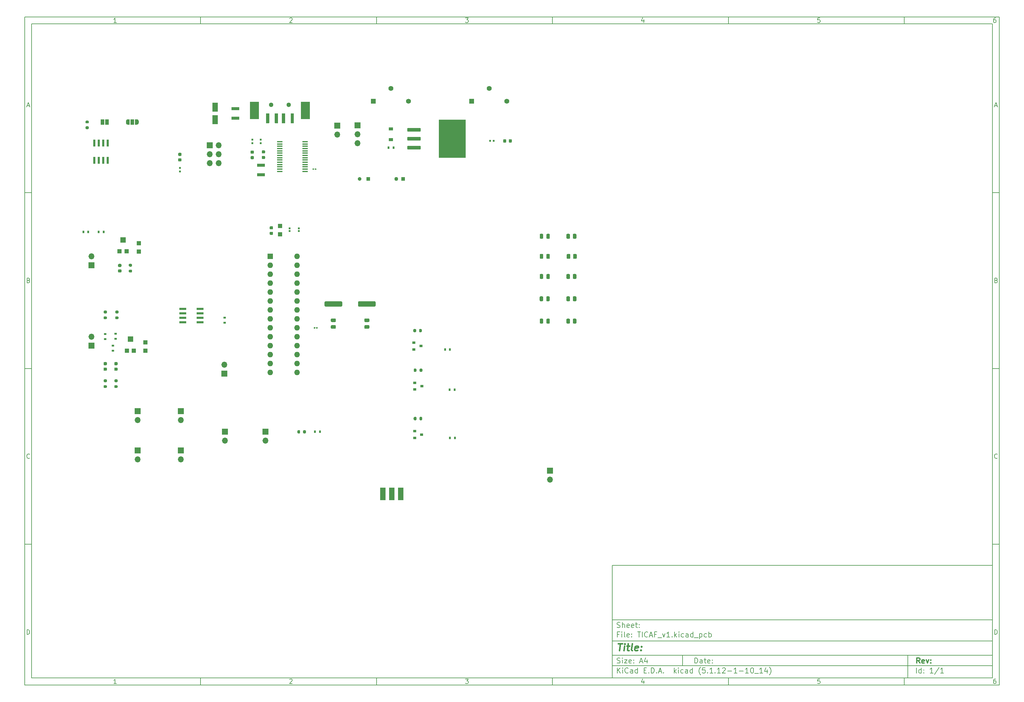
<source format=gbr>
%TF.GenerationSoftware,KiCad,Pcbnew,(5.1.12-1-10_14)*%
%TF.CreationDate,2021-12-30T00:25:25+00:00*%
%TF.ProjectId,TICAF_v1,54494341-465f-4763-912e-6b696361645f,rev?*%
%TF.SameCoordinates,Original*%
%TF.FileFunction,Soldermask,Top*%
%TF.FilePolarity,Negative*%
%FSLAX46Y46*%
G04 Gerber Fmt 4.6, Leading zero omitted, Abs format (unit mm)*
G04 Created by KiCad (PCBNEW (5.1.12-1-10_14)) date 2021-12-30 00:25:25*
%MOMM*%
%LPD*%
G01*
G04 APERTURE LIST*
%ADD10C,0.100000*%
%ADD11C,0.150000*%
%ADD12C,0.300000*%
%ADD13C,0.400000*%
%ADD14R,0.600000X0.700000*%
%ADD15R,0.900000X0.800000*%
%ADD16O,1.700000X1.700000*%
%ADD17R,1.700000X1.700000*%
%ADD18R,0.550000X0.550000*%
%ADD19R,1.500000X0.400000*%
%ADD20R,7.620000X10.840000*%
%ADD21O,1.600000X1.600000*%
%ADD22R,1.600000X1.600000*%
%ADD23R,1.150000X1.150000*%
%ADD24R,1.600000X1.500000*%
%ADD25R,1.200000X1.200000*%
%ADD26R,0.500000X0.475000*%
%ADD27R,0.475000X0.500000*%
%ADD28R,1.000000X1.500000*%
%ADD29R,1.524000X3.524000*%
%ADD30C,1.408000*%
%ADD31R,1.408000X1.408000*%
%ADD32R,2.500000X5.000000*%
%ADD33C,1.300000*%
%ADD34R,0.700000X0.600000*%
%ADD35R,1.200000X0.850000*%
%ADD36R,2.300000X0.900000*%
%ADD37R,1.600000X2.500000*%
%ADD38C,1.100000*%
%ADD39R,1.100000X1.100000*%
%ADD40C,1.050000*%
%ADD41R,1.050000X1.050000*%
G04 APERTURE END LIST*
D10*
D11*
X177002200Y-166007200D02*
X177002200Y-198007200D01*
X285002200Y-198007200D01*
X285002200Y-166007200D01*
X177002200Y-166007200D01*
D10*
D11*
X10000000Y-10000000D02*
X10000000Y-200007200D01*
X287002200Y-200007200D01*
X287002200Y-10000000D01*
X10000000Y-10000000D01*
D10*
D11*
X12000000Y-12000000D02*
X12000000Y-198007200D01*
X285002200Y-198007200D01*
X285002200Y-12000000D01*
X12000000Y-12000000D01*
D10*
D11*
X60000000Y-12000000D02*
X60000000Y-10000000D01*
D10*
D11*
X110000000Y-12000000D02*
X110000000Y-10000000D01*
D10*
D11*
X160000000Y-12000000D02*
X160000000Y-10000000D01*
D10*
D11*
X210000000Y-12000000D02*
X210000000Y-10000000D01*
D10*
D11*
X260000000Y-12000000D02*
X260000000Y-10000000D01*
D10*
D11*
X36065476Y-11588095D02*
X35322619Y-11588095D01*
X35694047Y-11588095D02*
X35694047Y-10288095D01*
X35570238Y-10473809D01*
X35446428Y-10597619D01*
X35322619Y-10659523D01*
D10*
D11*
X85322619Y-10411904D02*
X85384523Y-10350000D01*
X85508333Y-10288095D01*
X85817857Y-10288095D01*
X85941666Y-10350000D01*
X86003571Y-10411904D01*
X86065476Y-10535714D01*
X86065476Y-10659523D01*
X86003571Y-10845238D01*
X85260714Y-11588095D01*
X86065476Y-11588095D01*
D10*
D11*
X135260714Y-10288095D02*
X136065476Y-10288095D01*
X135632142Y-10783333D01*
X135817857Y-10783333D01*
X135941666Y-10845238D01*
X136003571Y-10907142D01*
X136065476Y-11030952D01*
X136065476Y-11340476D01*
X136003571Y-11464285D01*
X135941666Y-11526190D01*
X135817857Y-11588095D01*
X135446428Y-11588095D01*
X135322619Y-11526190D01*
X135260714Y-11464285D01*
D10*
D11*
X185941666Y-10721428D02*
X185941666Y-11588095D01*
X185632142Y-10226190D02*
X185322619Y-11154761D01*
X186127380Y-11154761D01*
D10*
D11*
X236003571Y-10288095D02*
X235384523Y-10288095D01*
X235322619Y-10907142D01*
X235384523Y-10845238D01*
X235508333Y-10783333D01*
X235817857Y-10783333D01*
X235941666Y-10845238D01*
X236003571Y-10907142D01*
X236065476Y-11030952D01*
X236065476Y-11340476D01*
X236003571Y-11464285D01*
X235941666Y-11526190D01*
X235817857Y-11588095D01*
X235508333Y-11588095D01*
X235384523Y-11526190D01*
X235322619Y-11464285D01*
D10*
D11*
X285941666Y-10288095D02*
X285694047Y-10288095D01*
X285570238Y-10350000D01*
X285508333Y-10411904D01*
X285384523Y-10597619D01*
X285322619Y-10845238D01*
X285322619Y-11340476D01*
X285384523Y-11464285D01*
X285446428Y-11526190D01*
X285570238Y-11588095D01*
X285817857Y-11588095D01*
X285941666Y-11526190D01*
X286003571Y-11464285D01*
X286065476Y-11340476D01*
X286065476Y-11030952D01*
X286003571Y-10907142D01*
X285941666Y-10845238D01*
X285817857Y-10783333D01*
X285570238Y-10783333D01*
X285446428Y-10845238D01*
X285384523Y-10907142D01*
X285322619Y-11030952D01*
D10*
D11*
X60000000Y-198007200D02*
X60000000Y-200007200D01*
D10*
D11*
X110000000Y-198007200D02*
X110000000Y-200007200D01*
D10*
D11*
X160000000Y-198007200D02*
X160000000Y-200007200D01*
D10*
D11*
X210000000Y-198007200D02*
X210000000Y-200007200D01*
D10*
D11*
X260000000Y-198007200D02*
X260000000Y-200007200D01*
D10*
D11*
X36065476Y-199595295D02*
X35322619Y-199595295D01*
X35694047Y-199595295D02*
X35694047Y-198295295D01*
X35570238Y-198481009D01*
X35446428Y-198604819D01*
X35322619Y-198666723D01*
D10*
D11*
X85322619Y-198419104D02*
X85384523Y-198357200D01*
X85508333Y-198295295D01*
X85817857Y-198295295D01*
X85941666Y-198357200D01*
X86003571Y-198419104D01*
X86065476Y-198542914D01*
X86065476Y-198666723D01*
X86003571Y-198852438D01*
X85260714Y-199595295D01*
X86065476Y-199595295D01*
D10*
D11*
X135260714Y-198295295D02*
X136065476Y-198295295D01*
X135632142Y-198790533D01*
X135817857Y-198790533D01*
X135941666Y-198852438D01*
X136003571Y-198914342D01*
X136065476Y-199038152D01*
X136065476Y-199347676D01*
X136003571Y-199471485D01*
X135941666Y-199533390D01*
X135817857Y-199595295D01*
X135446428Y-199595295D01*
X135322619Y-199533390D01*
X135260714Y-199471485D01*
D10*
D11*
X185941666Y-198728628D02*
X185941666Y-199595295D01*
X185632142Y-198233390D02*
X185322619Y-199161961D01*
X186127380Y-199161961D01*
D10*
D11*
X236003571Y-198295295D02*
X235384523Y-198295295D01*
X235322619Y-198914342D01*
X235384523Y-198852438D01*
X235508333Y-198790533D01*
X235817857Y-198790533D01*
X235941666Y-198852438D01*
X236003571Y-198914342D01*
X236065476Y-199038152D01*
X236065476Y-199347676D01*
X236003571Y-199471485D01*
X235941666Y-199533390D01*
X235817857Y-199595295D01*
X235508333Y-199595295D01*
X235384523Y-199533390D01*
X235322619Y-199471485D01*
D10*
D11*
X285941666Y-198295295D02*
X285694047Y-198295295D01*
X285570238Y-198357200D01*
X285508333Y-198419104D01*
X285384523Y-198604819D01*
X285322619Y-198852438D01*
X285322619Y-199347676D01*
X285384523Y-199471485D01*
X285446428Y-199533390D01*
X285570238Y-199595295D01*
X285817857Y-199595295D01*
X285941666Y-199533390D01*
X286003571Y-199471485D01*
X286065476Y-199347676D01*
X286065476Y-199038152D01*
X286003571Y-198914342D01*
X285941666Y-198852438D01*
X285817857Y-198790533D01*
X285570238Y-198790533D01*
X285446428Y-198852438D01*
X285384523Y-198914342D01*
X285322619Y-199038152D01*
D10*
D11*
X10000000Y-60000000D02*
X12000000Y-60000000D01*
D10*
D11*
X10000000Y-110000000D02*
X12000000Y-110000000D01*
D10*
D11*
X10000000Y-160000000D02*
X12000000Y-160000000D01*
D10*
D11*
X10690476Y-35216666D02*
X11309523Y-35216666D01*
X10566666Y-35588095D02*
X11000000Y-34288095D01*
X11433333Y-35588095D01*
D10*
D11*
X11092857Y-84907142D02*
X11278571Y-84969047D01*
X11340476Y-85030952D01*
X11402380Y-85154761D01*
X11402380Y-85340476D01*
X11340476Y-85464285D01*
X11278571Y-85526190D01*
X11154761Y-85588095D01*
X10659523Y-85588095D01*
X10659523Y-84288095D01*
X11092857Y-84288095D01*
X11216666Y-84350000D01*
X11278571Y-84411904D01*
X11340476Y-84535714D01*
X11340476Y-84659523D01*
X11278571Y-84783333D01*
X11216666Y-84845238D01*
X11092857Y-84907142D01*
X10659523Y-84907142D01*
D10*
D11*
X11402380Y-135464285D02*
X11340476Y-135526190D01*
X11154761Y-135588095D01*
X11030952Y-135588095D01*
X10845238Y-135526190D01*
X10721428Y-135402380D01*
X10659523Y-135278571D01*
X10597619Y-135030952D01*
X10597619Y-134845238D01*
X10659523Y-134597619D01*
X10721428Y-134473809D01*
X10845238Y-134350000D01*
X11030952Y-134288095D01*
X11154761Y-134288095D01*
X11340476Y-134350000D01*
X11402380Y-134411904D01*
D10*
D11*
X10659523Y-185588095D02*
X10659523Y-184288095D01*
X10969047Y-184288095D01*
X11154761Y-184350000D01*
X11278571Y-184473809D01*
X11340476Y-184597619D01*
X11402380Y-184845238D01*
X11402380Y-185030952D01*
X11340476Y-185278571D01*
X11278571Y-185402380D01*
X11154761Y-185526190D01*
X10969047Y-185588095D01*
X10659523Y-185588095D01*
D10*
D11*
X287002200Y-60000000D02*
X285002200Y-60000000D01*
D10*
D11*
X287002200Y-110000000D02*
X285002200Y-110000000D01*
D10*
D11*
X287002200Y-160000000D02*
X285002200Y-160000000D01*
D10*
D11*
X285692676Y-35216666D02*
X286311723Y-35216666D01*
X285568866Y-35588095D02*
X286002200Y-34288095D01*
X286435533Y-35588095D01*
D10*
D11*
X286095057Y-84907142D02*
X286280771Y-84969047D01*
X286342676Y-85030952D01*
X286404580Y-85154761D01*
X286404580Y-85340476D01*
X286342676Y-85464285D01*
X286280771Y-85526190D01*
X286156961Y-85588095D01*
X285661723Y-85588095D01*
X285661723Y-84288095D01*
X286095057Y-84288095D01*
X286218866Y-84350000D01*
X286280771Y-84411904D01*
X286342676Y-84535714D01*
X286342676Y-84659523D01*
X286280771Y-84783333D01*
X286218866Y-84845238D01*
X286095057Y-84907142D01*
X285661723Y-84907142D01*
D10*
D11*
X286404580Y-135464285D02*
X286342676Y-135526190D01*
X286156961Y-135588095D01*
X286033152Y-135588095D01*
X285847438Y-135526190D01*
X285723628Y-135402380D01*
X285661723Y-135278571D01*
X285599819Y-135030952D01*
X285599819Y-134845238D01*
X285661723Y-134597619D01*
X285723628Y-134473809D01*
X285847438Y-134350000D01*
X286033152Y-134288095D01*
X286156961Y-134288095D01*
X286342676Y-134350000D01*
X286404580Y-134411904D01*
D10*
D11*
X285661723Y-185588095D02*
X285661723Y-184288095D01*
X285971247Y-184288095D01*
X286156961Y-184350000D01*
X286280771Y-184473809D01*
X286342676Y-184597619D01*
X286404580Y-184845238D01*
X286404580Y-185030952D01*
X286342676Y-185278571D01*
X286280771Y-185402380D01*
X286156961Y-185526190D01*
X285971247Y-185588095D01*
X285661723Y-185588095D01*
D10*
D11*
X200434342Y-193785771D02*
X200434342Y-192285771D01*
X200791485Y-192285771D01*
X201005771Y-192357200D01*
X201148628Y-192500057D01*
X201220057Y-192642914D01*
X201291485Y-192928628D01*
X201291485Y-193142914D01*
X201220057Y-193428628D01*
X201148628Y-193571485D01*
X201005771Y-193714342D01*
X200791485Y-193785771D01*
X200434342Y-193785771D01*
X202577200Y-193785771D02*
X202577200Y-193000057D01*
X202505771Y-192857200D01*
X202362914Y-192785771D01*
X202077200Y-192785771D01*
X201934342Y-192857200D01*
X202577200Y-193714342D02*
X202434342Y-193785771D01*
X202077200Y-193785771D01*
X201934342Y-193714342D01*
X201862914Y-193571485D01*
X201862914Y-193428628D01*
X201934342Y-193285771D01*
X202077200Y-193214342D01*
X202434342Y-193214342D01*
X202577200Y-193142914D01*
X203077200Y-192785771D02*
X203648628Y-192785771D01*
X203291485Y-192285771D02*
X203291485Y-193571485D01*
X203362914Y-193714342D01*
X203505771Y-193785771D01*
X203648628Y-193785771D01*
X204720057Y-193714342D02*
X204577200Y-193785771D01*
X204291485Y-193785771D01*
X204148628Y-193714342D01*
X204077200Y-193571485D01*
X204077200Y-193000057D01*
X204148628Y-192857200D01*
X204291485Y-192785771D01*
X204577200Y-192785771D01*
X204720057Y-192857200D01*
X204791485Y-193000057D01*
X204791485Y-193142914D01*
X204077200Y-193285771D01*
X205434342Y-193642914D02*
X205505771Y-193714342D01*
X205434342Y-193785771D01*
X205362914Y-193714342D01*
X205434342Y-193642914D01*
X205434342Y-193785771D01*
X205434342Y-192857200D02*
X205505771Y-192928628D01*
X205434342Y-193000057D01*
X205362914Y-192928628D01*
X205434342Y-192857200D01*
X205434342Y-193000057D01*
D10*
D11*
X177002200Y-194507200D02*
X285002200Y-194507200D01*
D10*
D11*
X178434342Y-196585771D02*
X178434342Y-195085771D01*
X179291485Y-196585771D02*
X178648628Y-195728628D01*
X179291485Y-195085771D02*
X178434342Y-195942914D01*
X179934342Y-196585771D02*
X179934342Y-195585771D01*
X179934342Y-195085771D02*
X179862914Y-195157200D01*
X179934342Y-195228628D01*
X180005771Y-195157200D01*
X179934342Y-195085771D01*
X179934342Y-195228628D01*
X181505771Y-196442914D02*
X181434342Y-196514342D01*
X181220057Y-196585771D01*
X181077200Y-196585771D01*
X180862914Y-196514342D01*
X180720057Y-196371485D01*
X180648628Y-196228628D01*
X180577200Y-195942914D01*
X180577200Y-195728628D01*
X180648628Y-195442914D01*
X180720057Y-195300057D01*
X180862914Y-195157200D01*
X181077200Y-195085771D01*
X181220057Y-195085771D01*
X181434342Y-195157200D01*
X181505771Y-195228628D01*
X182791485Y-196585771D02*
X182791485Y-195800057D01*
X182720057Y-195657200D01*
X182577200Y-195585771D01*
X182291485Y-195585771D01*
X182148628Y-195657200D01*
X182791485Y-196514342D02*
X182648628Y-196585771D01*
X182291485Y-196585771D01*
X182148628Y-196514342D01*
X182077200Y-196371485D01*
X182077200Y-196228628D01*
X182148628Y-196085771D01*
X182291485Y-196014342D01*
X182648628Y-196014342D01*
X182791485Y-195942914D01*
X184148628Y-196585771D02*
X184148628Y-195085771D01*
X184148628Y-196514342D02*
X184005771Y-196585771D01*
X183720057Y-196585771D01*
X183577200Y-196514342D01*
X183505771Y-196442914D01*
X183434342Y-196300057D01*
X183434342Y-195871485D01*
X183505771Y-195728628D01*
X183577200Y-195657200D01*
X183720057Y-195585771D01*
X184005771Y-195585771D01*
X184148628Y-195657200D01*
X186005771Y-195800057D02*
X186505771Y-195800057D01*
X186720057Y-196585771D02*
X186005771Y-196585771D01*
X186005771Y-195085771D01*
X186720057Y-195085771D01*
X187362914Y-196442914D02*
X187434342Y-196514342D01*
X187362914Y-196585771D01*
X187291485Y-196514342D01*
X187362914Y-196442914D01*
X187362914Y-196585771D01*
X188077200Y-196585771D02*
X188077200Y-195085771D01*
X188434342Y-195085771D01*
X188648628Y-195157200D01*
X188791485Y-195300057D01*
X188862914Y-195442914D01*
X188934342Y-195728628D01*
X188934342Y-195942914D01*
X188862914Y-196228628D01*
X188791485Y-196371485D01*
X188648628Y-196514342D01*
X188434342Y-196585771D01*
X188077200Y-196585771D01*
X189577200Y-196442914D02*
X189648628Y-196514342D01*
X189577200Y-196585771D01*
X189505771Y-196514342D01*
X189577200Y-196442914D01*
X189577200Y-196585771D01*
X190220057Y-196157200D02*
X190934342Y-196157200D01*
X190077200Y-196585771D02*
X190577200Y-195085771D01*
X191077200Y-196585771D01*
X191577200Y-196442914D02*
X191648628Y-196514342D01*
X191577200Y-196585771D01*
X191505771Y-196514342D01*
X191577200Y-196442914D01*
X191577200Y-196585771D01*
X194577200Y-196585771D02*
X194577200Y-195085771D01*
X194720057Y-196014342D02*
X195148628Y-196585771D01*
X195148628Y-195585771D02*
X194577200Y-196157200D01*
X195791485Y-196585771D02*
X195791485Y-195585771D01*
X195791485Y-195085771D02*
X195720057Y-195157200D01*
X195791485Y-195228628D01*
X195862914Y-195157200D01*
X195791485Y-195085771D01*
X195791485Y-195228628D01*
X197148628Y-196514342D02*
X197005771Y-196585771D01*
X196720057Y-196585771D01*
X196577200Y-196514342D01*
X196505771Y-196442914D01*
X196434342Y-196300057D01*
X196434342Y-195871485D01*
X196505771Y-195728628D01*
X196577200Y-195657200D01*
X196720057Y-195585771D01*
X197005771Y-195585771D01*
X197148628Y-195657200D01*
X198434342Y-196585771D02*
X198434342Y-195800057D01*
X198362914Y-195657200D01*
X198220057Y-195585771D01*
X197934342Y-195585771D01*
X197791485Y-195657200D01*
X198434342Y-196514342D02*
X198291485Y-196585771D01*
X197934342Y-196585771D01*
X197791485Y-196514342D01*
X197720057Y-196371485D01*
X197720057Y-196228628D01*
X197791485Y-196085771D01*
X197934342Y-196014342D01*
X198291485Y-196014342D01*
X198434342Y-195942914D01*
X199791485Y-196585771D02*
X199791485Y-195085771D01*
X199791485Y-196514342D02*
X199648628Y-196585771D01*
X199362914Y-196585771D01*
X199220057Y-196514342D01*
X199148628Y-196442914D01*
X199077200Y-196300057D01*
X199077200Y-195871485D01*
X199148628Y-195728628D01*
X199220057Y-195657200D01*
X199362914Y-195585771D01*
X199648628Y-195585771D01*
X199791485Y-195657200D01*
X202077200Y-197157200D02*
X202005771Y-197085771D01*
X201862914Y-196871485D01*
X201791485Y-196728628D01*
X201720057Y-196514342D01*
X201648628Y-196157200D01*
X201648628Y-195871485D01*
X201720057Y-195514342D01*
X201791485Y-195300057D01*
X201862914Y-195157200D01*
X202005771Y-194942914D01*
X202077200Y-194871485D01*
X203362914Y-195085771D02*
X202648628Y-195085771D01*
X202577200Y-195800057D01*
X202648628Y-195728628D01*
X202791485Y-195657200D01*
X203148628Y-195657200D01*
X203291485Y-195728628D01*
X203362914Y-195800057D01*
X203434342Y-195942914D01*
X203434342Y-196300057D01*
X203362914Y-196442914D01*
X203291485Y-196514342D01*
X203148628Y-196585771D01*
X202791485Y-196585771D01*
X202648628Y-196514342D01*
X202577200Y-196442914D01*
X204077200Y-196442914D02*
X204148628Y-196514342D01*
X204077200Y-196585771D01*
X204005771Y-196514342D01*
X204077200Y-196442914D01*
X204077200Y-196585771D01*
X205577200Y-196585771D02*
X204720057Y-196585771D01*
X205148628Y-196585771D02*
X205148628Y-195085771D01*
X205005771Y-195300057D01*
X204862914Y-195442914D01*
X204720057Y-195514342D01*
X206220057Y-196442914D02*
X206291485Y-196514342D01*
X206220057Y-196585771D01*
X206148628Y-196514342D01*
X206220057Y-196442914D01*
X206220057Y-196585771D01*
X207720057Y-196585771D02*
X206862914Y-196585771D01*
X207291485Y-196585771D02*
X207291485Y-195085771D01*
X207148628Y-195300057D01*
X207005771Y-195442914D01*
X206862914Y-195514342D01*
X208291485Y-195228628D02*
X208362914Y-195157200D01*
X208505771Y-195085771D01*
X208862914Y-195085771D01*
X209005771Y-195157200D01*
X209077200Y-195228628D01*
X209148628Y-195371485D01*
X209148628Y-195514342D01*
X209077200Y-195728628D01*
X208220057Y-196585771D01*
X209148628Y-196585771D01*
X209791485Y-196014342D02*
X210934342Y-196014342D01*
X212434342Y-196585771D02*
X211577200Y-196585771D01*
X212005771Y-196585771D02*
X212005771Y-195085771D01*
X211862914Y-195300057D01*
X211720057Y-195442914D01*
X211577200Y-195514342D01*
X213077200Y-196014342D02*
X214220057Y-196014342D01*
X215720057Y-196585771D02*
X214862914Y-196585771D01*
X215291485Y-196585771D02*
X215291485Y-195085771D01*
X215148628Y-195300057D01*
X215005771Y-195442914D01*
X214862914Y-195514342D01*
X216648628Y-195085771D02*
X216791485Y-195085771D01*
X216934342Y-195157200D01*
X217005771Y-195228628D01*
X217077200Y-195371485D01*
X217148628Y-195657200D01*
X217148628Y-196014342D01*
X217077200Y-196300057D01*
X217005771Y-196442914D01*
X216934342Y-196514342D01*
X216791485Y-196585771D01*
X216648628Y-196585771D01*
X216505771Y-196514342D01*
X216434342Y-196442914D01*
X216362914Y-196300057D01*
X216291485Y-196014342D01*
X216291485Y-195657200D01*
X216362914Y-195371485D01*
X216434342Y-195228628D01*
X216505771Y-195157200D01*
X216648628Y-195085771D01*
X217434342Y-196728628D02*
X218577200Y-196728628D01*
X219720057Y-196585771D02*
X218862914Y-196585771D01*
X219291485Y-196585771D02*
X219291485Y-195085771D01*
X219148628Y-195300057D01*
X219005771Y-195442914D01*
X218862914Y-195514342D01*
X221005771Y-195585771D02*
X221005771Y-196585771D01*
X220648628Y-195014342D02*
X220291485Y-196085771D01*
X221220057Y-196085771D01*
X221648628Y-197157200D02*
X221720057Y-197085771D01*
X221862914Y-196871485D01*
X221934342Y-196728628D01*
X222005771Y-196514342D01*
X222077200Y-196157200D01*
X222077200Y-195871485D01*
X222005771Y-195514342D01*
X221934342Y-195300057D01*
X221862914Y-195157200D01*
X221720057Y-194942914D01*
X221648628Y-194871485D01*
D10*
D11*
X177002200Y-191507200D02*
X285002200Y-191507200D01*
D10*
D12*
X264411485Y-193785771D02*
X263911485Y-193071485D01*
X263554342Y-193785771D02*
X263554342Y-192285771D01*
X264125771Y-192285771D01*
X264268628Y-192357200D01*
X264340057Y-192428628D01*
X264411485Y-192571485D01*
X264411485Y-192785771D01*
X264340057Y-192928628D01*
X264268628Y-193000057D01*
X264125771Y-193071485D01*
X263554342Y-193071485D01*
X265625771Y-193714342D02*
X265482914Y-193785771D01*
X265197200Y-193785771D01*
X265054342Y-193714342D01*
X264982914Y-193571485D01*
X264982914Y-193000057D01*
X265054342Y-192857200D01*
X265197200Y-192785771D01*
X265482914Y-192785771D01*
X265625771Y-192857200D01*
X265697200Y-193000057D01*
X265697200Y-193142914D01*
X264982914Y-193285771D01*
X266197200Y-192785771D02*
X266554342Y-193785771D01*
X266911485Y-192785771D01*
X267482914Y-193642914D02*
X267554342Y-193714342D01*
X267482914Y-193785771D01*
X267411485Y-193714342D01*
X267482914Y-193642914D01*
X267482914Y-193785771D01*
X267482914Y-192857200D02*
X267554342Y-192928628D01*
X267482914Y-193000057D01*
X267411485Y-192928628D01*
X267482914Y-192857200D01*
X267482914Y-193000057D01*
D10*
D11*
X178362914Y-193714342D02*
X178577200Y-193785771D01*
X178934342Y-193785771D01*
X179077200Y-193714342D01*
X179148628Y-193642914D01*
X179220057Y-193500057D01*
X179220057Y-193357200D01*
X179148628Y-193214342D01*
X179077200Y-193142914D01*
X178934342Y-193071485D01*
X178648628Y-193000057D01*
X178505771Y-192928628D01*
X178434342Y-192857200D01*
X178362914Y-192714342D01*
X178362914Y-192571485D01*
X178434342Y-192428628D01*
X178505771Y-192357200D01*
X178648628Y-192285771D01*
X179005771Y-192285771D01*
X179220057Y-192357200D01*
X179862914Y-193785771D02*
X179862914Y-192785771D01*
X179862914Y-192285771D02*
X179791485Y-192357200D01*
X179862914Y-192428628D01*
X179934342Y-192357200D01*
X179862914Y-192285771D01*
X179862914Y-192428628D01*
X180434342Y-192785771D02*
X181220057Y-192785771D01*
X180434342Y-193785771D01*
X181220057Y-193785771D01*
X182362914Y-193714342D02*
X182220057Y-193785771D01*
X181934342Y-193785771D01*
X181791485Y-193714342D01*
X181720057Y-193571485D01*
X181720057Y-193000057D01*
X181791485Y-192857200D01*
X181934342Y-192785771D01*
X182220057Y-192785771D01*
X182362914Y-192857200D01*
X182434342Y-193000057D01*
X182434342Y-193142914D01*
X181720057Y-193285771D01*
X183077200Y-193642914D02*
X183148628Y-193714342D01*
X183077200Y-193785771D01*
X183005771Y-193714342D01*
X183077200Y-193642914D01*
X183077200Y-193785771D01*
X183077200Y-192857200D02*
X183148628Y-192928628D01*
X183077200Y-193000057D01*
X183005771Y-192928628D01*
X183077200Y-192857200D01*
X183077200Y-193000057D01*
X184862914Y-193357200D02*
X185577200Y-193357200D01*
X184720057Y-193785771D02*
X185220057Y-192285771D01*
X185720057Y-193785771D01*
X186862914Y-192785771D02*
X186862914Y-193785771D01*
X186505771Y-192214342D02*
X186148628Y-193285771D01*
X187077200Y-193285771D01*
D10*
D11*
X263434342Y-196585771D02*
X263434342Y-195085771D01*
X264791485Y-196585771D02*
X264791485Y-195085771D01*
X264791485Y-196514342D02*
X264648628Y-196585771D01*
X264362914Y-196585771D01*
X264220057Y-196514342D01*
X264148628Y-196442914D01*
X264077200Y-196300057D01*
X264077200Y-195871485D01*
X264148628Y-195728628D01*
X264220057Y-195657200D01*
X264362914Y-195585771D01*
X264648628Y-195585771D01*
X264791485Y-195657200D01*
X265505771Y-196442914D02*
X265577200Y-196514342D01*
X265505771Y-196585771D01*
X265434342Y-196514342D01*
X265505771Y-196442914D01*
X265505771Y-196585771D01*
X265505771Y-195657200D02*
X265577200Y-195728628D01*
X265505771Y-195800057D01*
X265434342Y-195728628D01*
X265505771Y-195657200D01*
X265505771Y-195800057D01*
X268148628Y-196585771D02*
X267291485Y-196585771D01*
X267720057Y-196585771D02*
X267720057Y-195085771D01*
X267577200Y-195300057D01*
X267434342Y-195442914D01*
X267291485Y-195514342D01*
X269862914Y-195014342D02*
X268577200Y-196942914D01*
X271148628Y-196585771D02*
X270291485Y-196585771D01*
X270720057Y-196585771D02*
X270720057Y-195085771D01*
X270577200Y-195300057D01*
X270434342Y-195442914D01*
X270291485Y-195514342D01*
D10*
D11*
X177002200Y-187507200D02*
X285002200Y-187507200D01*
D10*
D13*
X178714580Y-188211961D02*
X179857438Y-188211961D01*
X179036009Y-190211961D02*
X179286009Y-188211961D01*
X180274104Y-190211961D02*
X180440771Y-188878628D01*
X180524104Y-188211961D02*
X180416961Y-188307200D01*
X180500295Y-188402438D01*
X180607438Y-188307200D01*
X180524104Y-188211961D01*
X180500295Y-188402438D01*
X181107438Y-188878628D02*
X181869342Y-188878628D01*
X181476485Y-188211961D02*
X181262200Y-189926247D01*
X181333628Y-190116723D01*
X181512200Y-190211961D01*
X181702676Y-190211961D01*
X182655057Y-190211961D02*
X182476485Y-190116723D01*
X182405057Y-189926247D01*
X182619342Y-188211961D01*
X184190771Y-190116723D02*
X183988390Y-190211961D01*
X183607438Y-190211961D01*
X183428866Y-190116723D01*
X183357438Y-189926247D01*
X183452676Y-189164342D01*
X183571723Y-188973866D01*
X183774104Y-188878628D01*
X184155057Y-188878628D01*
X184333628Y-188973866D01*
X184405057Y-189164342D01*
X184381247Y-189354819D01*
X183405057Y-189545295D01*
X185155057Y-190021485D02*
X185238390Y-190116723D01*
X185131247Y-190211961D01*
X185047914Y-190116723D01*
X185155057Y-190021485D01*
X185131247Y-190211961D01*
X185286009Y-188973866D02*
X185369342Y-189069104D01*
X185262200Y-189164342D01*
X185178866Y-189069104D01*
X185286009Y-188973866D01*
X185262200Y-189164342D01*
D10*
D11*
X178934342Y-185600057D02*
X178434342Y-185600057D01*
X178434342Y-186385771D02*
X178434342Y-184885771D01*
X179148628Y-184885771D01*
X179720057Y-186385771D02*
X179720057Y-185385771D01*
X179720057Y-184885771D02*
X179648628Y-184957200D01*
X179720057Y-185028628D01*
X179791485Y-184957200D01*
X179720057Y-184885771D01*
X179720057Y-185028628D01*
X180648628Y-186385771D02*
X180505771Y-186314342D01*
X180434342Y-186171485D01*
X180434342Y-184885771D01*
X181791485Y-186314342D02*
X181648628Y-186385771D01*
X181362914Y-186385771D01*
X181220057Y-186314342D01*
X181148628Y-186171485D01*
X181148628Y-185600057D01*
X181220057Y-185457200D01*
X181362914Y-185385771D01*
X181648628Y-185385771D01*
X181791485Y-185457200D01*
X181862914Y-185600057D01*
X181862914Y-185742914D01*
X181148628Y-185885771D01*
X182505771Y-186242914D02*
X182577200Y-186314342D01*
X182505771Y-186385771D01*
X182434342Y-186314342D01*
X182505771Y-186242914D01*
X182505771Y-186385771D01*
X182505771Y-185457200D02*
X182577200Y-185528628D01*
X182505771Y-185600057D01*
X182434342Y-185528628D01*
X182505771Y-185457200D01*
X182505771Y-185600057D01*
X184148628Y-184885771D02*
X185005771Y-184885771D01*
X184577200Y-186385771D02*
X184577200Y-184885771D01*
X185505771Y-186385771D02*
X185505771Y-184885771D01*
X187077200Y-186242914D02*
X187005771Y-186314342D01*
X186791485Y-186385771D01*
X186648628Y-186385771D01*
X186434342Y-186314342D01*
X186291485Y-186171485D01*
X186220057Y-186028628D01*
X186148628Y-185742914D01*
X186148628Y-185528628D01*
X186220057Y-185242914D01*
X186291485Y-185100057D01*
X186434342Y-184957200D01*
X186648628Y-184885771D01*
X186791485Y-184885771D01*
X187005771Y-184957200D01*
X187077200Y-185028628D01*
X187648628Y-185957200D02*
X188362914Y-185957200D01*
X187505771Y-186385771D02*
X188005771Y-184885771D01*
X188505771Y-186385771D01*
X189505771Y-185600057D02*
X189005771Y-185600057D01*
X189005771Y-186385771D02*
X189005771Y-184885771D01*
X189720057Y-184885771D01*
X189934342Y-186528628D02*
X191077200Y-186528628D01*
X191291485Y-185385771D02*
X191648628Y-186385771D01*
X192005771Y-185385771D01*
X193362914Y-186385771D02*
X192505771Y-186385771D01*
X192934342Y-186385771D02*
X192934342Y-184885771D01*
X192791485Y-185100057D01*
X192648628Y-185242914D01*
X192505771Y-185314342D01*
X194005771Y-186242914D02*
X194077200Y-186314342D01*
X194005771Y-186385771D01*
X193934342Y-186314342D01*
X194005771Y-186242914D01*
X194005771Y-186385771D01*
X194720057Y-186385771D02*
X194720057Y-184885771D01*
X194862914Y-185814342D02*
X195291485Y-186385771D01*
X195291485Y-185385771D02*
X194720057Y-185957200D01*
X195934342Y-186385771D02*
X195934342Y-185385771D01*
X195934342Y-184885771D02*
X195862914Y-184957200D01*
X195934342Y-185028628D01*
X196005771Y-184957200D01*
X195934342Y-184885771D01*
X195934342Y-185028628D01*
X197291485Y-186314342D02*
X197148628Y-186385771D01*
X196862914Y-186385771D01*
X196720057Y-186314342D01*
X196648628Y-186242914D01*
X196577200Y-186100057D01*
X196577200Y-185671485D01*
X196648628Y-185528628D01*
X196720057Y-185457200D01*
X196862914Y-185385771D01*
X197148628Y-185385771D01*
X197291485Y-185457200D01*
X198577200Y-186385771D02*
X198577200Y-185600057D01*
X198505771Y-185457200D01*
X198362914Y-185385771D01*
X198077200Y-185385771D01*
X197934342Y-185457200D01*
X198577200Y-186314342D02*
X198434342Y-186385771D01*
X198077200Y-186385771D01*
X197934342Y-186314342D01*
X197862914Y-186171485D01*
X197862914Y-186028628D01*
X197934342Y-185885771D01*
X198077200Y-185814342D01*
X198434342Y-185814342D01*
X198577200Y-185742914D01*
X199934342Y-186385771D02*
X199934342Y-184885771D01*
X199934342Y-186314342D02*
X199791485Y-186385771D01*
X199505771Y-186385771D01*
X199362914Y-186314342D01*
X199291485Y-186242914D01*
X199220057Y-186100057D01*
X199220057Y-185671485D01*
X199291485Y-185528628D01*
X199362914Y-185457200D01*
X199505771Y-185385771D01*
X199791485Y-185385771D01*
X199934342Y-185457200D01*
X200291485Y-186528628D02*
X201434342Y-186528628D01*
X201791485Y-185385771D02*
X201791485Y-186885771D01*
X201791485Y-185457200D02*
X201934342Y-185385771D01*
X202220057Y-185385771D01*
X202362914Y-185457200D01*
X202434342Y-185528628D01*
X202505771Y-185671485D01*
X202505771Y-186100057D01*
X202434342Y-186242914D01*
X202362914Y-186314342D01*
X202220057Y-186385771D01*
X201934342Y-186385771D01*
X201791485Y-186314342D01*
X203791485Y-186314342D02*
X203648628Y-186385771D01*
X203362914Y-186385771D01*
X203220057Y-186314342D01*
X203148628Y-186242914D01*
X203077200Y-186100057D01*
X203077200Y-185671485D01*
X203148628Y-185528628D01*
X203220057Y-185457200D01*
X203362914Y-185385771D01*
X203648628Y-185385771D01*
X203791485Y-185457200D01*
X204434342Y-186385771D02*
X204434342Y-184885771D01*
X204434342Y-185457200D02*
X204577200Y-185385771D01*
X204862914Y-185385771D01*
X205005771Y-185457200D01*
X205077200Y-185528628D01*
X205148628Y-185671485D01*
X205148628Y-186100057D01*
X205077200Y-186242914D01*
X205005771Y-186314342D01*
X204862914Y-186385771D01*
X204577200Y-186385771D01*
X204434342Y-186314342D01*
D10*
D11*
X177002200Y-181507200D02*
X285002200Y-181507200D01*
D10*
D11*
X178362914Y-183614342D02*
X178577200Y-183685771D01*
X178934342Y-183685771D01*
X179077200Y-183614342D01*
X179148628Y-183542914D01*
X179220057Y-183400057D01*
X179220057Y-183257200D01*
X179148628Y-183114342D01*
X179077200Y-183042914D01*
X178934342Y-182971485D01*
X178648628Y-182900057D01*
X178505771Y-182828628D01*
X178434342Y-182757200D01*
X178362914Y-182614342D01*
X178362914Y-182471485D01*
X178434342Y-182328628D01*
X178505771Y-182257200D01*
X178648628Y-182185771D01*
X179005771Y-182185771D01*
X179220057Y-182257200D01*
X179862914Y-183685771D02*
X179862914Y-182185771D01*
X180505771Y-183685771D02*
X180505771Y-182900057D01*
X180434342Y-182757200D01*
X180291485Y-182685771D01*
X180077200Y-182685771D01*
X179934342Y-182757200D01*
X179862914Y-182828628D01*
X181791485Y-183614342D02*
X181648628Y-183685771D01*
X181362914Y-183685771D01*
X181220057Y-183614342D01*
X181148628Y-183471485D01*
X181148628Y-182900057D01*
X181220057Y-182757200D01*
X181362914Y-182685771D01*
X181648628Y-182685771D01*
X181791485Y-182757200D01*
X181862914Y-182900057D01*
X181862914Y-183042914D01*
X181148628Y-183185771D01*
X183077200Y-183614342D02*
X182934342Y-183685771D01*
X182648628Y-183685771D01*
X182505771Y-183614342D01*
X182434342Y-183471485D01*
X182434342Y-182900057D01*
X182505771Y-182757200D01*
X182648628Y-182685771D01*
X182934342Y-182685771D01*
X183077200Y-182757200D01*
X183148628Y-182900057D01*
X183148628Y-183042914D01*
X182434342Y-183185771D01*
X183577200Y-182685771D02*
X184148628Y-182685771D01*
X183791485Y-182185771D02*
X183791485Y-183471485D01*
X183862914Y-183614342D01*
X184005771Y-183685771D01*
X184148628Y-183685771D01*
X184648628Y-183542914D02*
X184720057Y-183614342D01*
X184648628Y-183685771D01*
X184577200Y-183614342D01*
X184648628Y-183542914D01*
X184648628Y-183685771D01*
X184648628Y-182757200D02*
X184720057Y-182828628D01*
X184648628Y-182900057D01*
X184577200Y-182828628D01*
X184648628Y-182757200D01*
X184648628Y-182900057D01*
D10*
D11*
X197002200Y-191507200D02*
X197002200Y-194507200D01*
D10*
D11*
X261002200Y-191507200D02*
X261002200Y-198007200D01*
D14*
%TO.C,D22*%
X113400000Y-47200000D03*
X114800000Y-47200000D03*
%TD*%
D15*
%TO.C,Q3*%
X122620000Y-103600000D03*
X120620000Y-104550000D03*
X120620000Y-102650000D03*
%TD*%
%TO.C,Q2*%
X122810000Y-128770000D03*
X120810000Y-129720000D03*
X120810000Y-127820000D03*
%TD*%
%TO.C,Q1*%
X122850000Y-115010000D03*
X120850000Y-115960000D03*
X120850000Y-114060000D03*
%TD*%
D16*
%TO.C,J15*%
X78450000Y-130530000D03*
D17*
X78450000Y-127990000D03*
%TD*%
D16*
%TO.C,J14*%
X42120000Y-135850000D03*
D17*
X42120000Y-133310000D03*
%TD*%
D16*
%TO.C,J13*%
X66910000Y-130480000D03*
D17*
X66910000Y-127940000D03*
%TD*%
D16*
%TO.C,J12*%
X54430000Y-135830000D03*
D17*
X54430000Y-133290000D03*
%TD*%
D16*
%TO.C,J11*%
X54430000Y-124650000D03*
D17*
X54430000Y-122110000D03*
%TD*%
D16*
%TO.C,J10*%
X42110000Y-124640000D03*
D17*
X42110000Y-122100000D03*
%TD*%
D16*
%TO.C,J9*%
X66750000Y-108890000D03*
D17*
X66750000Y-111430000D03*
%TD*%
D18*
%TO.C,S1*%
X87931000Y-70855500D03*
X87931000Y-70105500D03*
X85281000Y-70855500D03*
X85281000Y-70105500D03*
%TD*%
%TO.C,Y1*%
G36*
G01*
X104734000Y-92098600D02*
X104734000Y-91162400D01*
G75*
G02*
X105020900Y-90875500I286900J0D01*
G01*
X109457100Y-90875500D01*
G75*
G02*
X109744000Y-91162400I0J-286900D01*
G01*
X109744000Y-92098600D01*
G75*
G02*
X109457100Y-92385500I-286900J0D01*
G01*
X105020900Y-92385500D01*
G75*
G02*
X104734000Y-92098600I0J286900D01*
G01*
G37*
G36*
G01*
X95234000Y-92098600D02*
X95234000Y-91162400D01*
G75*
G02*
X95520900Y-90875500I286900J0D01*
G01*
X99957100Y-90875500D01*
G75*
G02*
X100244000Y-91162400I0J-286900D01*
G01*
X100244000Y-92098600D01*
G75*
G02*
X99957100Y-92385500I-286900J0D01*
G01*
X95520900Y-92385500D01*
G75*
G02*
X95234000Y-92098600I0J286900D01*
G01*
G37*
%TD*%
%TO.C,U5*%
G36*
G01*
X58889000Y-93285500D02*
X58889000Y-92769500D01*
G75*
G02*
X58931000Y-92727500I42000J0D01*
G01*
X60817000Y-92727500D01*
G75*
G02*
X60859000Y-92769500I0J-42000D01*
G01*
X60859000Y-93285500D01*
G75*
G02*
X60817000Y-93327500I-42000J0D01*
G01*
X58931000Y-93327500D01*
G75*
G02*
X58889000Y-93285500I0J42000D01*
G01*
G37*
G36*
G01*
X58889000Y-94555500D02*
X58889000Y-94039500D01*
G75*
G02*
X58931000Y-93997500I42000J0D01*
G01*
X60817000Y-93997500D01*
G75*
G02*
X60859000Y-94039500I0J-42000D01*
G01*
X60859000Y-94555500D01*
G75*
G02*
X60817000Y-94597500I-42000J0D01*
G01*
X58931000Y-94597500D01*
G75*
G02*
X58889000Y-94555500I0J42000D01*
G01*
G37*
G36*
G01*
X58889000Y-95825500D02*
X58889000Y-95309500D01*
G75*
G02*
X58931000Y-95267500I42000J0D01*
G01*
X60817000Y-95267500D01*
G75*
G02*
X60859000Y-95309500I0J-42000D01*
G01*
X60859000Y-95825500D01*
G75*
G02*
X60817000Y-95867500I-42000J0D01*
G01*
X58931000Y-95867500D01*
G75*
G02*
X58889000Y-95825500I0J42000D01*
G01*
G37*
G36*
G01*
X58889000Y-97095500D02*
X58889000Y-96579500D01*
G75*
G02*
X58931000Y-96537500I42000J0D01*
G01*
X60817000Y-96537500D01*
G75*
G02*
X60859000Y-96579500I0J-42000D01*
G01*
X60859000Y-97095500D01*
G75*
G02*
X60817000Y-97137500I-42000J0D01*
G01*
X58931000Y-97137500D01*
G75*
G02*
X58889000Y-97095500I0J42000D01*
G01*
G37*
G36*
G01*
X53949000Y-97095500D02*
X53949000Y-96579500D01*
G75*
G02*
X53991000Y-96537500I42000J0D01*
G01*
X55877000Y-96537500D01*
G75*
G02*
X55919000Y-96579500I0J-42000D01*
G01*
X55919000Y-97095500D01*
G75*
G02*
X55877000Y-97137500I-42000J0D01*
G01*
X53991000Y-97137500D01*
G75*
G02*
X53949000Y-97095500I0J42000D01*
G01*
G37*
G36*
G01*
X53949000Y-95825500D02*
X53949000Y-95309500D01*
G75*
G02*
X53991000Y-95267500I42000J0D01*
G01*
X55877000Y-95267500D01*
G75*
G02*
X55919000Y-95309500I0J-42000D01*
G01*
X55919000Y-95825500D01*
G75*
G02*
X55877000Y-95867500I-42000J0D01*
G01*
X53991000Y-95867500D01*
G75*
G02*
X53949000Y-95825500I0J42000D01*
G01*
G37*
G36*
G01*
X53949000Y-94555500D02*
X53949000Y-94039500D01*
G75*
G02*
X53991000Y-93997500I42000J0D01*
G01*
X55877000Y-93997500D01*
G75*
G02*
X55919000Y-94039500I0J-42000D01*
G01*
X55919000Y-94555500D01*
G75*
G02*
X55877000Y-94597500I-42000J0D01*
G01*
X53991000Y-94597500D01*
G75*
G02*
X53949000Y-94555500I0J42000D01*
G01*
G37*
G36*
G01*
X53949000Y-93285500D02*
X53949000Y-92769500D01*
G75*
G02*
X53991000Y-92727500I42000J0D01*
G01*
X55877000Y-92727500D01*
G75*
G02*
X55919000Y-92769500I0J-42000D01*
G01*
X55919000Y-93285500D01*
G75*
G02*
X55877000Y-93327500I-42000J0D01*
G01*
X53991000Y-93327500D01*
G75*
G02*
X53949000Y-93285500I0J42000D01*
G01*
G37*
%TD*%
%TO.C,U4*%
G36*
G01*
X33333500Y-49808500D02*
X33849500Y-49808500D01*
G75*
G02*
X33891500Y-49850500I0J-42000D01*
G01*
X33891500Y-51736500D01*
G75*
G02*
X33849500Y-51778500I-42000J0D01*
G01*
X33333500Y-51778500D01*
G75*
G02*
X33291500Y-51736500I0J42000D01*
G01*
X33291500Y-49850500D01*
G75*
G02*
X33333500Y-49808500I42000J0D01*
G01*
G37*
G36*
G01*
X32063500Y-49808500D02*
X32579500Y-49808500D01*
G75*
G02*
X32621500Y-49850500I0J-42000D01*
G01*
X32621500Y-51736500D01*
G75*
G02*
X32579500Y-51778500I-42000J0D01*
G01*
X32063500Y-51778500D01*
G75*
G02*
X32021500Y-51736500I0J42000D01*
G01*
X32021500Y-49850500D01*
G75*
G02*
X32063500Y-49808500I42000J0D01*
G01*
G37*
G36*
G01*
X30793500Y-49808500D02*
X31309500Y-49808500D01*
G75*
G02*
X31351500Y-49850500I0J-42000D01*
G01*
X31351500Y-51736500D01*
G75*
G02*
X31309500Y-51778500I-42000J0D01*
G01*
X30793500Y-51778500D01*
G75*
G02*
X30751500Y-51736500I0J42000D01*
G01*
X30751500Y-49850500D01*
G75*
G02*
X30793500Y-49808500I42000J0D01*
G01*
G37*
G36*
G01*
X29523500Y-49808500D02*
X30039500Y-49808500D01*
G75*
G02*
X30081500Y-49850500I0J-42000D01*
G01*
X30081500Y-51736500D01*
G75*
G02*
X30039500Y-51778500I-42000J0D01*
G01*
X29523500Y-51778500D01*
G75*
G02*
X29481500Y-51736500I0J42000D01*
G01*
X29481500Y-49850500D01*
G75*
G02*
X29523500Y-49808500I42000J0D01*
G01*
G37*
G36*
G01*
X29523500Y-44868500D02*
X30039500Y-44868500D01*
G75*
G02*
X30081500Y-44910500I0J-42000D01*
G01*
X30081500Y-46796500D01*
G75*
G02*
X30039500Y-46838500I-42000J0D01*
G01*
X29523500Y-46838500D01*
G75*
G02*
X29481500Y-46796500I0J42000D01*
G01*
X29481500Y-44910500D01*
G75*
G02*
X29523500Y-44868500I42000J0D01*
G01*
G37*
G36*
G01*
X30793500Y-44868500D02*
X31309500Y-44868500D01*
G75*
G02*
X31351500Y-44910500I0J-42000D01*
G01*
X31351500Y-46796500D01*
G75*
G02*
X31309500Y-46838500I-42000J0D01*
G01*
X30793500Y-46838500D01*
G75*
G02*
X30751500Y-46796500I0J42000D01*
G01*
X30751500Y-44910500D01*
G75*
G02*
X30793500Y-44868500I42000J0D01*
G01*
G37*
G36*
G01*
X32063500Y-44868500D02*
X32579500Y-44868500D01*
G75*
G02*
X32621500Y-44910500I0J-42000D01*
G01*
X32621500Y-46796500D01*
G75*
G02*
X32579500Y-46838500I-42000J0D01*
G01*
X32063500Y-46838500D01*
G75*
G02*
X32021500Y-46796500I0J42000D01*
G01*
X32021500Y-44910500D01*
G75*
G02*
X32063500Y-44868500I42000J0D01*
G01*
G37*
G36*
G01*
X33333500Y-44868500D02*
X33849500Y-44868500D01*
G75*
G02*
X33891500Y-44910500I0J-42000D01*
G01*
X33891500Y-46796500D01*
G75*
G02*
X33849500Y-46838500I-42000J0D01*
G01*
X33333500Y-46838500D01*
G75*
G02*
X33291500Y-46796500I0J42000D01*
G01*
X33291500Y-44910500D01*
G75*
G02*
X33333500Y-44868500I42000J0D01*
G01*
G37*
%TD*%
D19*
%TO.C,U3*%
X82481000Y-53945500D03*
X82481000Y-53295500D03*
X82481000Y-52645500D03*
X82481000Y-51995500D03*
X82481000Y-51345500D03*
X82481000Y-50695500D03*
X82481000Y-50045500D03*
X82481000Y-49395500D03*
X82481000Y-48745500D03*
X82481000Y-48095500D03*
X82481000Y-47445500D03*
X82481000Y-46795500D03*
X82481000Y-46145500D03*
X82481000Y-45495500D03*
X89731000Y-45495500D03*
X89731000Y-46145500D03*
X89731000Y-46795500D03*
X89731000Y-47445500D03*
X89731000Y-48095500D03*
X89731000Y-48745500D03*
X89731000Y-49395500D03*
X89731000Y-50045500D03*
X89731000Y-50695500D03*
X89731000Y-51345500D03*
X89731000Y-51995500D03*
X89731000Y-52645500D03*
X89731000Y-53295500D03*
X89731000Y-53945500D03*
%TD*%
D20*
%TO.C,U2*%
X131505400Y-44640500D03*
G36*
G01*
X118730400Y-47556700D02*
X118730400Y-46804300D01*
G75*
G02*
X118849200Y-46685500I118800J0D01*
G01*
X122401600Y-46685500D01*
G75*
G02*
X122520400Y-46804300I0J-118800D01*
G01*
X122520400Y-47556700D01*
G75*
G02*
X122401600Y-47675500I-118800J0D01*
G01*
X118849200Y-47675500D01*
G75*
G02*
X118730400Y-47556700I0J118800D01*
G01*
G37*
G36*
G01*
X118730400Y-45016700D02*
X118730400Y-44264300D01*
G75*
G02*
X118849200Y-44145500I118800J0D01*
G01*
X122401600Y-44145500D01*
G75*
G02*
X122520400Y-44264300I0J-118800D01*
G01*
X122520400Y-45016700D01*
G75*
G02*
X122401600Y-45135500I-118800J0D01*
G01*
X118849200Y-45135500D01*
G75*
G02*
X118730400Y-45016700I0J118800D01*
G01*
G37*
G36*
G01*
X118730400Y-42476700D02*
X118730400Y-41724300D01*
G75*
G02*
X118849200Y-41605500I118800J0D01*
G01*
X122401600Y-41605500D01*
G75*
G02*
X122520400Y-41724300I0J-118800D01*
G01*
X122520400Y-42476700D01*
G75*
G02*
X122401600Y-42595500I-118800J0D01*
G01*
X118849200Y-42595500D01*
G75*
G02*
X118730400Y-42476700I0J118800D01*
G01*
G37*
%TD*%
D21*
%TO.C,U1*%
X87366000Y-78130500D03*
X79746000Y-111150500D03*
X87366000Y-80670500D03*
X79746000Y-108610500D03*
X87366000Y-83210500D03*
X79746000Y-106070500D03*
X87366000Y-85750500D03*
X79746000Y-103530500D03*
X87366000Y-88290500D03*
X79746000Y-100990500D03*
X87366000Y-90830500D03*
X79746000Y-98450500D03*
X87366000Y-93370500D03*
X79746000Y-95910500D03*
X87366000Y-95910500D03*
X79746000Y-93370500D03*
X87366000Y-98450500D03*
X79746000Y-90830500D03*
X87366000Y-100990500D03*
X79746000Y-88290500D03*
X87366000Y-103530500D03*
X79746000Y-85750500D03*
X87366000Y-106070500D03*
X79746000Y-83210500D03*
X87366000Y-108610500D03*
X79746000Y-80670500D03*
X87366000Y-111150500D03*
D22*
X79746000Y-78130500D03*
%TD*%
D16*
%TO.C,SC1*%
X28956000Y-100965000D03*
D17*
X28956000Y-103505000D03*
%TD*%
%TO.C,R24*%
G36*
G01*
X27474500Y-41128000D02*
X28024500Y-41128000D01*
G75*
G02*
X28224500Y-41328000I0J-200000D01*
G01*
X28224500Y-41728000D01*
G75*
G02*
X28024500Y-41928000I-200000J0D01*
G01*
X27474500Y-41928000D01*
G75*
G02*
X27274500Y-41728000I0J200000D01*
G01*
X27274500Y-41328000D01*
G75*
G02*
X27474500Y-41128000I200000J0D01*
G01*
G37*
G36*
G01*
X27474500Y-39478000D02*
X28024500Y-39478000D01*
G75*
G02*
X28224500Y-39678000I0J-200000D01*
G01*
X28224500Y-40078000D01*
G75*
G02*
X28024500Y-40278000I-200000J0D01*
G01*
X27474500Y-40278000D01*
G75*
G02*
X27274500Y-40078000I0J200000D01*
G01*
X27274500Y-39678000D01*
G75*
G02*
X27474500Y-39478000I200000J0D01*
G01*
G37*
%TD*%
%TO.C,R23*%
G36*
G01*
X122090000Y-99485000D02*
X122090000Y-98935000D01*
G75*
G02*
X122290000Y-98735000I200000J0D01*
G01*
X122690000Y-98735000D01*
G75*
G02*
X122890000Y-98935000I0J-200000D01*
G01*
X122890000Y-99485000D01*
G75*
G02*
X122690000Y-99685000I-200000J0D01*
G01*
X122290000Y-99685000D01*
G75*
G02*
X122090000Y-99485000I0J200000D01*
G01*
G37*
G36*
G01*
X120440000Y-99485000D02*
X120440000Y-98935000D01*
G75*
G02*
X120640000Y-98735000I200000J0D01*
G01*
X121040000Y-98735000D01*
G75*
G02*
X121240000Y-98935000I0J-200000D01*
G01*
X121240000Y-99485000D01*
G75*
G02*
X121040000Y-99685000I-200000J0D01*
G01*
X120640000Y-99685000D01*
G75*
G02*
X120440000Y-99485000I0J200000D01*
G01*
G37*
%TD*%
%TO.C,R22*%
G36*
G01*
X89140000Y-128265000D02*
X89140000Y-127715000D01*
G75*
G02*
X89340000Y-127515000I200000J0D01*
G01*
X89740000Y-127515000D01*
G75*
G02*
X89940000Y-127715000I0J-200000D01*
G01*
X89940000Y-128265000D01*
G75*
G02*
X89740000Y-128465000I-200000J0D01*
G01*
X89340000Y-128465000D01*
G75*
G02*
X89140000Y-128265000I0J200000D01*
G01*
G37*
G36*
G01*
X87490000Y-128265000D02*
X87490000Y-127715000D01*
G75*
G02*
X87690000Y-127515000I200000J0D01*
G01*
X88090000Y-127515000D01*
G75*
G02*
X88290000Y-127715000I0J-200000D01*
G01*
X88290000Y-128265000D01*
G75*
G02*
X88090000Y-128465000I-200000J0D01*
G01*
X87690000Y-128465000D01*
G75*
G02*
X87490000Y-128265000I0J200000D01*
G01*
G37*
%TD*%
%TO.C,R21*%
G36*
G01*
X122220000Y-110745000D02*
X122220000Y-110195000D01*
G75*
G02*
X122420000Y-109995000I200000J0D01*
G01*
X122820000Y-109995000D01*
G75*
G02*
X123020000Y-110195000I0J-200000D01*
G01*
X123020000Y-110745000D01*
G75*
G02*
X122820000Y-110945000I-200000J0D01*
G01*
X122420000Y-110945000D01*
G75*
G02*
X122220000Y-110745000I0J200000D01*
G01*
G37*
G36*
G01*
X120570000Y-110745000D02*
X120570000Y-110195000D01*
G75*
G02*
X120770000Y-109995000I200000J0D01*
G01*
X121170000Y-109995000D01*
G75*
G02*
X121370000Y-110195000I0J-200000D01*
G01*
X121370000Y-110745000D01*
G75*
G02*
X121170000Y-110945000I-200000J0D01*
G01*
X120770000Y-110945000D01*
G75*
G02*
X120570000Y-110745000I0J200000D01*
G01*
G37*
%TD*%
%TO.C,R20*%
G36*
G01*
X122200000Y-124505000D02*
X122200000Y-123955000D01*
G75*
G02*
X122400000Y-123755000I200000J0D01*
G01*
X122800000Y-123755000D01*
G75*
G02*
X123000000Y-123955000I0J-200000D01*
G01*
X123000000Y-124505000D01*
G75*
G02*
X122800000Y-124705000I-200000J0D01*
G01*
X122400000Y-124705000D01*
G75*
G02*
X122200000Y-124505000I0J200000D01*
G01*
G37*
G36*
G01*
X120550000Y-124505000D02*
X120550000Y-123955000D01*
G75*
G02*
X120750000Y-123755000I200000J0D01*
G01*
X121150000Y-123755000D01*
G75*
G02*
X121350000Y-123955000I0J-200000D01*
G01*
X121350000Y-124505000D01*
G75*
G02*
X121150000Y-124705000I-200000J0D01*
G01*
X120750000Y-124705000D01*
G75*
G02*
X120550000Y-124505000I0J200000D01*
G01*
G37*
%TD*%
D23*
%TO.C,R19*%
X42418000Y-76708000D03*
X42418000Y-74358000D03*
%TD*%
D24*
%TO.C,R18*%
X37957000Y-73394500D03*
D25*
X38957000Y-76644500D03*
X36957000Y-76644500D03*
%TD*%
%TO.C,R17*%
G36*
G01*
X40343500Y-81020500D02*
X39793500Y-81020500D01*
G75*
G02*
X39593500Y-80820500I0J200000D01*
G01*
X39593500Y-80420500D01*
G75*
G02*
X39793500Y-80220500I200000J0D01*
G01*
X40343500Y-80220500D01*
G75*
G02*
X40543500Y-80420500I0J-200000D01*
G01*
X40543500Y-80820500D01*
G75*
G02*
X40343500Y-81020500I-200000J0D01*
G01*
G37*
G36*
G01*
X40343500Y-82670500D02*
X39793500Y-82670500D01*
G75*
G02*
X39593500Y-82470500I0J200000D01*
G01*
X39593500Y-82070500D01*
G75*
G02*
X39793500Y-81870500I200000J0D01*
G01*
X40343500Y-81870500D01*
G75*
G02*
X40543500Y-82070500I0J-200000D01*
G01*
X40543500Y-82470500D01*
G75*
G02*
X40343500Y-82670500I-200000J0D01*
G01*
G37*
%TD*%
%TO.C,R16*%
G36*
G01*
X32618000Y-114724500D02*
X33168000Y-114724500D01*
G75*
G02*
X33368000Y-114924500I0J-200000D01*
G01*
X33368000Y-115324500D01*
G75*
G02*
X33168000Y-115524500I-200000J0D01*
G01*
X32618000Y-115524500D01*
G75*
G02*
X32418000Y-115324500I0J200000D01*
G01*
X32418000Y-114924500D01*
G75*
G02*
X32618000Y-114724500I200000J0D01*
G01*
G37*
G36*
G01*
X32618000Y-113074500D02*
X33168000Y-113074500D01*
G75*
G02*
X33368000Y-113274500I0J-200000D01*
G01*
X33368000Y-113674500D01*
G75*
G02*
X33168000Y-113874500I-200000J0D01*
G01*
X32618000Y-113874500D01*
G75*
G02*
X32418000Y-113674500I0J200000D01*
G01*
X32418000Y-113274500D01*
G75*
G02*
X32618000Y-113074500I200000J0D01*
G01*
G37*
%TD*%
D23*
%TO.C,R15*%
X44323000Y-104902000D03*
X44323000Y-102552000D03*
%TD*%
%TO.C,R14*%
G36*
G01*
X35666000Y-114725500D02*
X36216000Y-114725500D01*
G75*
G02*
X36416000Y-114925500I0J-200000D01*
G01*
X36416000Y-115325500D01*
G75*
G02*
X36216000Y-115525500I-200000J0D01*
G01*
X35666000Y-115525500D01*
G75*
G02*
X35466000Y-115325500I0J200000D01*
G01*
X35466000Y-114925500D01*
G75*
G02*
X35666000Y-114725500I200000J0D01*
G01*
G37*
G36*
G01*
X35666000Y-113075500D02*
X36216000Y-113075500D01*
G75*
G02*
X36416000Y-113275500I0J-200000D01*
G01*
X36416000Y-113675500D01*
G75*
G02*
X36216000Y-113875500I-200000J0D01*
G01*
X35666000Y-113875500D01*
G75*
G02*
X35466000Y-113675500I0J200000D01*
G01*
X35466000Y-113275500D01*
G75*
G02*
X35666000Y-113075500I200000J0D01*
G01*
G37*
%TD*%
%TO.C,R13*%
G36*
G01*
X33168000Y-94317500D02*
X32618000Y-94317500D01*
G75*
G02*
X32418000Y-94117500I0J200000D01*
G01*
X32418000Y-93717500D01*
G75*
G02*
X32618000Y-93517500I200000J0D01*
G01*
X33168000Y-93517500D01*
G75*
G02*
X33368000Y-93717500I0J-200000D01*
G01*
X33368000Y-94117500D01*
G75*
G02*
X33168000Y-94317500I-200000J0D01*
G01*
G37*
G36*
G01*
X33168000Y-95967500D02*
X32618000Y-95967500D01*
G75*
G02*
X32418000Y-95767500I0J200000D01*
G01*
X32418000Y-95367500D01*
G75*
G02*
X32618000Y-95167500I200000J0D01*
G01*
X33168000Y-95167500D01*
G75*
G02*
X33368000Y-95367500I0J-200000D01*
G01*
X33368000Y-95767500D01*
G75*
G02*
X33168000Y-95967500I-200000J0D01*
G01*
G37*
%TD*%
%TO.C,R12*%
G36*
G01*
X36470000Y-94316500D02*
X35920000Y-94316500D01*
G75*
G02*
X35720000Y-94116500I0J200000D01*
G01*
X35720000Y-93716500D01*
G75*
G02*
X35920000Y-93516500I200000J0D01*
G01*
X36470000Y-93516500D01*
G75*
G02*
X36670000Y-93716500I0J-200000D01*
G01*
X36670000Y-94116500D01*
G75*
G02*
X36470000Y-94316500I-200000J0D01*
G01*
G37*
G36*
G01*
X36470000Y-95966500D02*
X35920000Y-95966500D01*
G75*
G02*
X35720000Y-95766500I0J200000D01*
G01*
X35720000Y-95366500D01*
G75*
G02*
X35920000Y-95166500I200000J0D01*
G01*
X36470000Y-95166500D01*
G75*
G02*
X36670000Y-95366500I0J-200000D01*
G01*
X36670000Y-95766500D01*
G75*
G02*
X36470000Y-95966500I-200000J0D01*
G01*
G37*
%TD*%
D24*
%TO.C,R11*%
X40052500Y-101652000D03*
D25*
X41052500Y-104902000D03*
X39052500Y-104902000D03*
%TD*%
%TO.C,R10*%
G36*
G01*
X164977500Y-96069999D02*
X164977500Y-96970001D01*
G75*
G02*
X164727501Y-97220000I-249999J0D01*
G01*
X164202499Y-97220000D01*
G75*
G02*
X163952500Y-96970001I0J249999D01*
G01*
X163952500Y-96069999D01*
G75*
G02*
X164202499Y-95820000I249999J0D01*
G01*
X164727501Y-95820000D01*
G75*
G02*
X164977500Y-96069999I0J-249999D01*
G01*
G37*
G36*
G01*
X166802500Y-96069999D02*
X166802500Y-96970001D01*
G75*
G02*
X166552501Y-97220000I-249999J0D01*
G01*
X166027499Y-97220000D01*
G75*
G02*
X165777500Y-96970001I0J249999D01*
G01*
X165777500Y-96069999D01*
G75*
G02*
X166027499Y-95820000I249999J0D01*
G01*
X166552501Y-95820000D01*
G75*
G02*
X166802500Y-96069999I0J-249999D01*
G01*
G37*
%TD*%
%TO.C,R9*%
G36*
G01*
X164977500Y-89719999D02*
X164977500Y-90620001D01*
G75*
G02*
X164727501Y-90870000I-249999J0D01*
G01*
X164202499Y-90870000D01*
G75*
G02*
X163952500Y-90620001I0J249999D01*
G01*
X163952500Y-89719999D01*
G75*
G02*
X164202499Y-89470000I249999J0D01*
G01*
X164727501Y-89470000D01*
G75*
G02*
X164977500Y-89719999I0J-249999D01*
G01*
G37*
G36*
G01*
X166802500Y-89719999D02*
X166802500Y-90620001D01*
G75*
G02*
X166552501Y-90870000I-249999J0D01*
G01*
X166027499Y-90870000D01*
G75*
G02*
X165777500Y-90620001I0J249999D01*
G01*
X165777500Y-89719999D01*
G75*
G02*
X166027499Y-89470000I249999J0D01*
G01*
X166552501Y-89470000D01*
G75*
G02*
X166802500Y-89719999I0J-249999D01*
G01*
G37*
%TD*%
%TO.C,R8*%
G36*
G01*
X164977500Y-83369999D02*
X164977500Y-84270001D01*
G75*
G02*
X164727501Y-84520000I-249999J0D01*
G01*
X164202499Y-84520000D01*
G75*
G02*
X163952500Y-84270001I0J249999D01*
G01*
X163952500Y-83369999D01*
G75*
G02*
X164202499Y-83120000I249999J0D01*
G01*
X164727501Y-83120000D01*
G75*
G02*
X164977500Y-83369999I0J-249999D01*
G01*
G37*
G36*
G01*
X166802500Y-83369999D02*
X166802500Y-84270001D01*
G75*
G02*
X166552501Y-84520000I-249999J0D01*
G01*
X166027499Y-84520000D01*
G75*
G02*
X165777500Y-84270001I0J249999D01*
G01*
X165777500Y-83369999D01*
G75*
G02*
X166027499Y-83120000I249999J0D01*
G01*
X166552501Y-83120000D01*
G75*
G02*
X166802500Y-83369999I0J-249999D01*
G01*
G37*
%TD*%
%TO.C,R7*%
G36*
G01*
X165057500Y-77654999D02*
X165057500Y-78555001D01*
G75*
G02*
X164807501Y-78805000I-249999J0D01*
G01*
X164282499Y-78805000D01*
G75*
G02*
X164032500Y-78555001I0J249999D01*
G01*
X164032500Y-77654999D01*
G75*
G02*
X164282499Y-77405000I249999J0D01*
G01*
X164807501Y-77405000D01*
G75*
G02*
X165057500Y-77654999I0J-249999D01*
G01*
G37*
G36*
G01*
X166882500Y-77654999D02*
X166882500Y-78555001D01*
G75*
G02*
X166632501Y-78805000I-249999J0D01*
G01*
X166107499Y-78805000D01*
G75*
G02*
X165857500Y-78555001I0J249999D01*
G01*
X165857500Y-77654999D01*
G75*
G02*
X166107499Y-77405000I249999J0D01*
G01*
X166632501Y-77405000D01*
G75*
G02*
X166882500Y-77654999I0J-249999D01*
G01*
G37*
%TD*%
%TO.C,R6*%
G36*
G01*
X164977500Y-71939999D02*
X164977500Y-72840001D01*
G75*
G02*
X164727501Y-73090000I-249999J0D01*
G01*
X164202499Y-73090000D01*
G75*
G02*
X163952500Y-72840001I0J249999D01*
G01*
X163952500Y-71939999D01*
G75*
G02*
X164202499Y-71690000I249999J0D01*
G01*
X164727501Y-71690000D01*
G75*
G02*
X164977500Y-71939999I0J-249999D01*
G01*
G37*
G36*
G01*
X166802500Y-71939999D02*
X166802500Y-72840001D01*
G75*
G02*
X166552501Y-73090000I-249999J0D01*
G01*
X166027499Y-73090000D01*
G75*
G02*
X165777500Y-72840001I0J249999D01*
G01*
X165777500Y-71939999D01*
G75*
G02*
X166027499Y-71690000I249999J0D01*
G01*
X166552501Y-71690000D01*
G75*
G02*
X166802500Y-71939999I0J-249999D01*
G01*
G37*
%TD*%
D26*
%TO.C,R5*%
X54102000Y-53979000D03*
X54102000Y-52955000D03*
%TD*%
%TO.C,R4*%
X74676000Y-45910500D03*
X74676000Y-44886500D03*
%TD*%
%TO.C,R3*%
X77050900Y-44928600D03*
X77050900Y-45952600D03*
%TD*%
D27*
%TO.C,R2*%
X143256000Y-45275500D03*
X142232000Y-45275500D03*
%TD*%
D23*
%TO.C,R1*%
X82606000Y-71830500D03*
X82606000Y-69480500D03*
%TD*%
D16*
%TO.C,M4*%
X159290000Y-141590000D03*
D17*
X159290000Y-139050000D03*
%TD*%
D28*
%TO.C,JP1*%
X40610000Y-39878000D03*
D10*
G36*
X39310000Y-40627398D02*
G01*
X39285466Y-40627398D01*
X39236635Y-40622588D01*
X39188510Y-40613016D01*
X39141555Y-40598772D01*
X39096222Y-40579995D01*
X39052949Y-40556864D01*
X39012150Y-40529604D01*
X38974221Y-40498476D01*
X38939524Y-40463779D01*
X38908396Y-40425850D01*
X38881136Y-40385051D01*
X38858005Y-40341778D01*
X38839228Y-40296445D01*
X38824984Y-40249490D01*
X38815412Y-40201365D01*
X38810602Y-40152534D01*
X38810602Y-40128000D01*
X38810000Y-40128000D01*
X38810000Y-39628000D01*
X38810602Y-39628000D01*
X38810602Y-39603466D01*
X38815412Y-39554635D01*
X38824984Y-39506510D01*
X38839228Y-39459555D01*
X38858005Y-39414222D01*
X38881136Y-39370949D01*
X38908396Y-39330150D01*
X38939524Y-39292221D01*
X38974221Y-39257524D01*
X39012150Y-39226396D01*
X39052949Y-39199136D01*
X39096222Y-39176005D01*
X39141555Y-39157228D01*
X39188510Y-39142984D01*
X39236635Y-39133412D01*
X39285466Y-39128602D01*
X39310000Y-39128602D01*
X39310000Y-39128000D01*
X39860000Y-39128000D01*
X39860000Y-40628000D01*
X39310000Y-40628000D01*
X39310000Y-40627398D01*
G37*
G36*
X41360000Y-39128000D02*
G01*
X41910000Y-39128000D01*
X41910000Y-39128602D01*
X41934534Y-39128602D01*
X41983365Y-39133412D01*
X42031490Y-39142984D01*
X42078445Y-39157228D01*
X42123778Y-39176005D01*
X42167051Y-39199136D01*
X42207850Y-39226396D01*
X42245779Y-39257524D01*
X42280476Y-39292221D01*
X42311604Y-39330150D01*
X42338864Y-39370949D01*
X42361995Y-39414222D01*
X42380772Y-39459555D01*
X42395016Y-39506510D01*
X42404588Y-39554635D01*
X42409398Y-39603466D01*
X42409398Y-39628000D01*
X42410000Y-39628000D01*
X42410000Y-40128000D01*
X42409398Y-40128000D01*
X42409398Y-40152534D01*
X42404588Y-40201365D01*
X42395016Y-40249490D01*
X42380772Y-40296445D01*
X42361995Y-40341778D01*
X42338864Y-40385051D01*
X42311604Y-40425850D01*
X42280476Y-40463779D01*
X42245779Y-40498476D01*
X42207850Y-40529604D01*
X42167051Y-40556864D01*
X42123778Y-40579995D01*
X42078445Y-40598772D01*
X42031490Y-40613016D01*
X41983365Y-40622588D01*
X41934534Y-40627398D01*
X41910000Y-40627398D01*
X41910000Y-40628000D01*
X41360000Y-40628000D01*
X41360000Y-39128000D01*
G37*
%TD*%
D28*
%TO.C,J8*%
X33401000Y-39878000D03*
X32101000Y-39878000D03*
%TD*%
D29*
%TO.C,J7*%
X116880000Y-145620000D03*
X114340000Y-145620000D03*
X111800000Y-145620000D03*
%TD*%
D30*
%TO.C,J6*%
X146986000Y-33940500D03*
X141986000Y-30340500D03*
D31*
X136986000Y-33940500D03*
%TD*%
D30*
%TO.C,J5*%
X119046000Y-33940500D03*
X114046000Y-30340500D03*
D31*
X109046000Y-33940500D03*
%TD*%
D16*
%TO.C,J4*%
X65151000Y-51625500D03*
X62611000Y-51625500D03*
X65151000Y-49085500D03*
X62611000Y-49085500D03*
X65151000Y-46545500D03*
D17*
X62611000Y-46545500D03*
%TD*%
D16*
%TO.C,J3*%
X98806000Y-43484800D03*
D17*
X98806000Y-40944800D03*
%TD*%
D32*
%TO.C,J2*%
X75300000Y-36588500D03*
X89800000Y-36588500D03*
G36*
G01*
X82000000Y-37492500D02*
X82000000Y-40184500D01*
G75*
G02*
X81946000Y-40238500I-54000J0D01*
G01*
X81154000Y-40238500D01*
G75*
G02*
X81100000Y-40184500I0J54000D01*
G01*
X81100000Y-37492500D01*
G75*
G02*
X81154000Y-37438500I54000J0D01*
G01*
X81946000Y-37438500D01*
G75*
G02*
X82000000Y-37492500I0J-54000D01*
G01*
G37*
G36*
G01*
X86500000Y-37492500D02*
X86500000Y-40184500D01*
G75*
G02*
X86446000Y-40238500I-54000J0D01*
G01*
X85654000Y-40238500D01*
G75*
G02*
X85600000Y-40184500I0J54000D01*
G01*
X85600000Y-37492500D01*
G75*
G02*
X85654000Y-37438500I54000J0D01*
G01*
X86446000Y-37438500D01*
G75*
G02*
X86500000Y-37492500I0J-54000D01*
G01*
G37*
G36*
G01*
X84000000Y-37492500D02*
X84000000Y-40184500D01*
G75*
G02*
X83946000Y-40238500I-54000J0D01*
G01*
X83154000Y-40238500D01*
G75*
G02*
X83100000Y-40184500I0J54000D01*
G01*
X83100000Y-37492500D01*
G75*
G02*
X83154000Y-37438500I54000J0D01*
G01*
X83946000Y-37438500D01*
G75*
G02*
X84000000Y-37492500I0J-54000D01*
G01*
G37*
G36*
G01*
X79500000Y-37492500D02*
X79500000Y-40184500D01*
G75*
G02*
X79446000Y-40238500I-54000J0D01*
G01*
X78654000Y-40238500D01*
G75*
G02*
X78600000Y-40184500I0J54000D01*
G01*
X78600000Y-37492500D01*
G75*
G02*
X78654000Y-37438500I54000J0D01*
G01*
X79446000Y-37438500D01*
G75*
G02*
X79500000Y-37492500I0J-54000D01*
G01*
G37*
D33*
X80050000Y-34988500D03*
X85050000Y-34988500D03*
%TD*%
D16*
%TO.C,J1*%
X104584500Y-45910500D03*
X104584500Y-43370500D03*
D17*
X104584500Y-40830500D03*
%TD*%
D14*
%TO.C,D21*%
X130860000Y-104550000D03*
X129460000Y-104550000D03*
%TD*%
D34*
%TO.C,D20*%
X66802000Y-96967500D03*
X66802000Y-95567500D03*
%TD*%
D14*
%TO.C,D19*%
X92500000Y-127990000D03*
X93900000Y-127990000D03*
%TD*%
%TO.C,D18*%
X132270000Y-129720000D03*
X130870000Y-129720000D03*
%TD*%
%TO.C,D17*%
X132160000Y-116000000D03*
X130760000Y-116000000D03*
%TD*%
%TO.C,D16*%
X32451500Y-71185000D03*
X31051500Y-71185000D03*
%TD*%
%TO.C,D15*%
X26667000Y-71183500D03*
X28067000Y-71183500D03*
%TD*%
D34*
%TO.C,D14*%
X35814000Y-100139500D03*
X35814000Y-101539500D03*
%TD*%
%TO.C,D13*%
X35052000Y-104905000D03*
X35052000Y-103505000D03*
%TD*%
%TO.C,D12*%
X32893000Y-100200000D03*
X32893000Y-101600000D03*
%TD*%
%TO.C,D11*%
G36*
G01*
X157362500Y-96063750D02*
X157362500Y-96976250D01*
G75*
G02*
X157118750Y-97220000I-243750J0D01*
G01*
X156631250Y-97220000D01*
G75*
G02*
X156387500Y-96976250I0J243750D01*
G01*
X156387500Y-96063750D01*
G75*
G02*
X156631250Y-95820000I243750J0D01*
G01*
X157118750Y-95820000D01*
G75*
G02*
X157362500Y-96063750I0J-243750D01*
G01*
G37*
G36*
G01*
X159237500Y-96063750D02*
X159237500Y-96976250D01*
G75*
G02*
X158993750Y-97220000I-243750J0D01*
G01*
X158506250Y-97220000D01*
G75*
G02*
X158262500Y-96976250I0J243750D01*
G01*
X158262500Y-96063750D01*
G75*
G02*
X158506250Y-95820000I243750J0D01*
G01*
X158993750Y-95820000D01*
G75*
G02*
X159237500Y-96063750I0J-243750D01*
G01*
G37*
%TD*%
%TO.C,D10*%
G36*
G01*
X157332500Y-89713750D02*
X157332500Y-90626250D01*
G75*
G02*
X157088750Y-90870000I-243750J0D01*
G01*
X156601250Y-90870000D01*
G75*
G02*
X156357500Y-90626250I0J243750D01*
G01*
X156357500Y-89713750D01*
G75*
G02*
X156601250Y-89470000I243750J0D01*
G01*
X157088750Y-89470000D01*
G75*
G02*
X157332500Y-89713750I0J-243750D01*
G01*
G37*
G36*
G01*
X159207500Y-89713750D02*
X159207500Y-90626250D01*
G75*
G02*
X158963750Y-90870000I-243750J0D01*
G01*
X158476250Y-90870000D01*
G75*
G02*
X158232500Y-90626250I0J243750D01*
G01*
X158232500Y-89713750D01*
G75*
G02*
X158476250Y-89470000I243750J0D01*
G01*
X158963750Y-89470000D01*
G75*
G02*
X159207500Y-89713750I0J-243750D01*
G01*
G37*
%TD*%
%TO.C,D9*%
G36*
G01*
X157362500Y-83363750D02*
X157362500Y-84276250D01*
G75*
G02*
X157118750Y-84520000I-243750J0D01*
G01*
X156631250Y-84520000D01*
G75*
G02*
X156387500Y-84276250I0J243750D01*
G01*
X156387500Y-83363750D01*
G75*
G02*
X156631250Y-83120000I243750J0D01*
G01*
X157118750Y-83120000D01*
G75*
G02*
X157362500Y-83363750I0J-243750D01*
G01*
G37*
G36*
G01*
X159237500Y-83363750D02*
X159237500Y-84276250D01*
G75*
G02*
X158993750Y-84520000I-243750J0D01*
G01*
X158506250Y-84520000D01*
G75*
G02*
X158262500Y-84276250I0J243750D01*
G01*
X158262500Y-83363750D01*
G75*
G02*
X158506250Y-83120000I243750J0D01*
G01*
X158993750Y-83120000D01*
G75*
G02*
X159237500Y-83363750I0J-243750D01*
G01*
G37*
%TD*%
%TO.C,D8*%
G36*
G01*
X157362500Y-77648750D02*
X157362500Y-78561250D01*
G75*
G02*
X157118750Y-78805000I-243750J0D01*
G01*
X156631250Y-78805000D01*
G75*
G02*
X156387500Y-78561250I0J243750D01*
G01*
X156387500Y-77648750D01*
G75*
G02*
X156631250Y-77405000I243750J0D01*
G01*
X157118750Y-77405000D01*
G75*
G02*
X157362500Y-77648750I0J-243750D01*
G01*
G37*
G36*
G01*
X159237500Y-77648750D02*
X159237500Y-78561250D01*
G75*
G02*
X158993750Y-78805000I-243750J0D01*
G01*
X158506250Y-78805000D01*
G75*
G02*
X158262500Y-78561250I0J243750D01*
G01*
X158262500Y-77648750D01*
G75*
G02*
X158506250Y-77405000I243750J0D01*
G01*
X158993750Y-77405000D01*
G75*
G02*
X159237500Y-77648750I0J-243750D01*
G01*
G37*
%TD*%
%TO.C,D7*%
G36*
G01*
X157362500Y-71933750D02*
X157362500Y-72846250D01*
G75*
G02*
X157118750Y-73090000I-243750J0D01*
G01*
X156631250Y-73090000D01*
G75*
G02*
X156387500Y-72846250I0J243750D01*
G01*
X156387500Y-71933750D01*
G75*
G02*
X156631250Y-71690000I243750J0D01*
G01*
X157118750Y-71690000D01*
G75*
G02*
X157362500Y-71933750I0J-243750D01*
G01*
G37*
G36*
G01*
X159237500Y-71933750D02*
X159237500Y-72846250D01*
G75*
G02*
X158993750Y-73090000I-243750J0D01*
G01*
X158506250Y-73090000D01*
G75*
G02*
X158262500Y-72846250I0J243750D01*
G01*
X158262500Y-71933750D01*
G75*
G02*
X158506250Y-71690000I243750J0D01*
G01*
X158993750Y-71690000D01*
G75*
G02*
X159237500Y-71933750I0J-243750D01*
G01*
G37*
%TD*%
%TO.C,D6*%
G36*
G01*
X54358250Y-49523000D02*
X53845750Y-49523000D01*
G75*
G02*
X53627000Y-49304250I0J218750D01*
G01*
X53627000Y-48866750D01*
G75*
G02*
X53845750Y-48648000I218750J0D01*
G01*
X54358250Y-48648000D01*
G75*
G02*
X54577000Y-48866750I0J-218750D01*
G01*
X54577000Y-49304250D01*
G75*
G02*
X54358250Y-49523000I-218750J0D01*
G01*
G37*
G36*
G01*
X54358250Y-51098000D02*
X53845750Y-51098000D01*
G75*
G02*
X53627000Y-50879250I0J218750D01*
G01*
X53627000Y-50441750D01*
G75*
G02*
X53845750Y-50223000I218750J0D01*
G01*
X54358250Y-50223000D01*
G75*
G02*
X54577000Y-50441750I0J-218750D01*
G01*
X54577000Y-50879250D01*
G75*
G02*
X54358250Y-51098000I-218750J0D01*
G01*
G37*
%TD*%
%TO.C,D5*%
G36*
G01*
X80362250Y-70418000D02*
X79849750Y-70418000D01*
G75*
G02*
X79631000Y-70199250I0J218750D01*
G01*
X79631000Y-69761750D01*
G75*
G02*
X79849750Y-69543000I218750J0D01*
G01*
X80362250Y-69543000D01*
G75*
G02*
X80581000Y-69761750I0J-218750D01*
G01*
X80581000Y-70199250D01*
G75*
G02*
X80362250Y-70418000I-218750J0D01*
G01*
G37*
G36*
G01*
X80362250Y-71993000D02*
X79849750Y-71993000D01*
G75*
G02*
X79631000Y-71774250I0J218750D01*
G01*
X79631000Y-71336750D01*
G75*
G02*
X79849750Y-71118000I218750J0D01*
G01*
X80362250Y-71118000D01*
G75*
G02*
X80581000Y-71336750I0J-218750D01*
G01*
X80581000Y-71774250D01*
G75*
G02*
X80362250Y-71993000I-218750J0D01*
G01*
G37*
%TD*%
%TO.C,D4*%
G36*
G01*
X74932250Y-48888000D02*
X74419750Y-48888000D01*
G75*
G02*
X74201000Y-48669250I0J218750D01*
G01*
X74201000Y-48231750D01*
G75*
G02*
X74419750Y-48013000I218750J0D01*
G01*
X74932250Y-48013000D01*
G75*
G02*
X75151000Y-48231750I0J-218750D01*
G01*
X75151000Y-48669250D01*
G75*
G02*
X74932250Y-48888000I-218750J0D01*
G01*
G37*
G36*
G01*
X74932250Y-50463000D02*
X74419750Y-50463000D01*
G75*
G02*
X74201000Y-50244250I0J218750D01*
G01*
X74201000Y-49806750D01*
G75*
G02*
X74419750Y-49588000I218750J0D01*
G01*
X74932250Y-49588000D01*
G75*
G02*
X75151000Y-49806750I0J-218750D01*
G01*
X75151000Y-50244250D01*
G75*
G02*
X74932250Y-50463000I-218750J0D01*
G01*
G37*
%TD*%
%TO.C,D3*%
G36*
G01*
X78107250Y-48837100D02*
X77594750Y-48837100D01*
G75*
G02*
X77376000Y-48618350I0J218750D01*
G01*
X77376000Y-48180850D01*
G75*
G02*
X77594750Y-47962100I218750J0D01*
G01*
X78107250Y-47962100D01*
G75*
G02*
X78326000Y-48180850I0J-218750D01*
G01*
X78326000Y-48618350D01*
G75*
G02*
X78107250Y-48837100I-218750J0D01*
G01*
G37*
G36*
G01*
X78107250Y-50412100D02*
X77594750Y-50412100D01*
G75*
G02*
X77376000Y-50193350I0J218750D01*
G01*
X77376000Y-49755850D01*
G75*
G02*
X77594750Y-49537100I218750J0D01*
G01*
X78107250Y-49537100D01*
G75*
G02*
X78326000Y-49755850I0J-218750D01*
G01*
X78326000Y-50193350D01*
G75*
G02*
X78107250Y-50412100I-218750J0D01*
G01*
G37*
%TD*%
%TO.C,D2*%
G36*
G01*
X146868500Y-45019250D02*
X146868500Y-45531750D01*
G75*
G02*
X146649750Y-45750500I-218750J0D01*
G01*
X146212250Y-45750500D01*
G75*
G02*
X145993500Y-45531750I0J218750D01*
G01*
X145993500Y-45019250D01*
G75*
G02*
X146212250Y-44800500I218750J0D01*
G01*
X146649750Y-44800500D01*
G75*
G02*
X146868500Y-45019250I0J-218750D01*
G01*
G37*
G36*
G01*
X148443500Y-45019250D02*
X148443500Y-45531750D01*
G75*
G02*
X148224750Y-45750500I-218750J0D01*
G01*
X147787250Y-45750500D01*
G75*
G02*
X147568500Y-45531750I0J218750D01*
G01*
X147568500Y-45019250D01*
G75*
G02*
X147787250Y-44800500I218750J0D01*
G01*
X148224750Y-44800500D01*
G75*
G02*
X148443500Y-45019250I0J-218750D01*
G01*
G37*
%TD*%
D35*
%TO.C,D1*%
X114046000Y-44895500D03*
X114046000Y-41845500D03*
%TD*%
%TO.C,C12*%
G36*
G01*
X36776000Y-81790500D02*
X37276000Y-81790500D01*
G75*
G02*
X37501000Y-82015500I0J-225000D01*
G01*
X37501000Y-82465500D01*
G75*
G02*
X37276000Y-82690500I-225000J0D01*
G01*
X36776000Y-82690500D01*
G75*
G02*
X36551000Y-82465500I0J225000D01*
G01*
X36551000Y-82015500D01*
G75*
G02*
X36776000Y-81790500I225000J0D01*
G01*
G37*
G36*
G01*
X36776000Y-80240500D02*
X37276000Y-80240500D01*
G75*
G02*
X37501000Y-80465500I0J-225000D01*
G01*
X37501000Y-80915500D01*
G75*
G02*
X37276000Y-81140500I-225000J0D01*
G01*
X36776000Y-81140500D01*
G75*
G02*
X36551000Y-80915500I0J225000D01*
G01*
X36551000Y-80465500D01*
G75*
G02*
X36776000Y-80240500I225000J0D01*
G01*
G37*
%TD*%
%TO.C,C11*%
G36*
G01*
X32643000Y-109722500D02*
X33143000Y-109722500D01*
G75*
G02*
X33368000Y-109947500I0J-225000D01*
G01*
X33368000Y-110397500D01*
G75*
G02*
X33143000Y-110622500I-225000J0D01*
G01*
X32643000Y-110622500D01*
G75*
G02*
X32418000Y-110397500I0J225000D01*
G01*
X32418000Y-109947500D01*
G75*
G02*
X32643000Y-109722500I225000J0D01*
G01*
G37*
G36*
G01*
X32643000Y-108172500D02*
X33143000Y-108172500D01*
G75*
G02*
X33368000Y-108397500I0J-225000D01*
G01*
X33368000Y-108847500D01*
G75*
G02*
X33143000Y-109072500I-225000J0D01*
G01*
X32643000Y-109072500D01*
G75*
G02*
X32418000Y-108847500I0J225000D01*
G01*
X32418000Y-108397500D01*
G75*
G02*
X32643000Y-108172500I225000J0D01*
G01*
G37*
%TD*%
%TO.C,C10*%
G36*
G01*
X35691000Y-109722500D02*
X36191000Y-109722500D01*
G75*
G02*
X36416000Y-109947500I0J-225000D01*
G01*
X36416000Y-110397500D01*
G75*
G02*
X36191000Y-110622500I-225000J0D01*
G01*
X35691000Y-110622500D01*
G75*
G02*
X35466000Y-110397500I0J225000D01*
G01*
X35466000Y-109947500D01*
G75*
G02*
X35691000Y-109722500I225000J0D01*
G01*
G37*
G36*
G01*
X35691000Y-108172500D02*
X36191000Y-108172500D01*
G75*
G02*
X36416000Y-108397500I0J-225000D01*
G01*
X36416000Y-108847500D01*
G75*
G02*
X36191000Y-109072500I-225000J0D01*
G01*
X35691000Y-109072500D01*
G75*
G02*
X35466000Y-108847500I0J225000D01*
G01*
X35466000Y-108397500D01*
G75*
G02*
X35691000Y-108172500I225000J0D01*
G01*
G37*
%TD*%
%TO.C,C9*%
G36*
G01*
X92256000Y-53190500D02*
X92256000Y-53390500D01*
G75*
G02*
X92156000Y-53490500I-100000J0D01*
G01*
X91896000Y-53490500D01*
G75*
G02*
X91796000Y-53390500I0J100000D01*
G01*
X91796000Y-53190500D01*
G75*
G02*
X91896000Y-53090500I100000J0D01*
G01*
X92156000Y-53090500D01*
G75*
G02*
X92256000Y-53190500I0J-100000D01*
G01*
G37*
G36*
G01*
X92896000Y-53190500D02*
X92896000Y-53390500D01*
G75*
G02*
X92796000Y-53490500I-100000J0D01*
G01*
X92536000Y-53490500D01*
G75*
G02*
X92436000Y-53390500I0J100000D01*
G01*
X92436000Y-53190500D01*
G75*
G02*
X92536000Y-53090500I100000J0D01*
G01*
X92796000Y-53090500D01*
G75*
G02*
X92896000Y-53190500I0J-100000D01*
G01*
G37*
%TD*%
%TO.C,C8*%
G36*
G01*
X92802500Y-98525000D02*
X92802500Y-98325000D01*
G75*
G02*
X92902500Y-98225000I100000J0D01*
G01*
X93162500Y-98225000D01*
G75*
G02*
X93262500Y-98325000I0J-100000D01*
G01*
X93262500Y-98525000D01*
G75*
G02*
X93162500Y-98625000I-100000J0D01*
G01*
X92902500Y-98625000D01*
G75*
G02*
X92802500Y-98525000I0J100000D01*
G01*
G37*
G36*
G01*
X92162500Y-98525000D02*
X92162500Y-98325000D01*
G75*
G02*
X92262500Y-98225000I100000J0D01*
G01*
X92522500Y-98225000D01*
G75*
G02*
X92622500Y-98325000I0J-100000D01*
G01*
X92622500Y-98525000D01*
G75*
G02*
X92522500Y-98625000I-100000J0D01*
G01*
X92262500Y-98625000D01*
G75*
G02*
X92162500Y-98525000I0J100000D01*
G01*
G37*
%TD*%
D36*
%TO.C,C7*%
X77203300Y-54880500D03*
X77203300Y-52180500D03*
%TD*%
D37*
%TO.C,C6*%
X64135000Y-39215000D03*
X64135000Y-35715000D03*
%TD*%
D36*
%TO.C,C5*%
X69850000Y-38815000D03*
X69850000Y-36115000D03*
%TD*%
%TO.C,C4*%
G36*
G01*
X107726500Y-96771000D02*
X106776500Y-96771000D01*
G75*
G02*
X106526500Y-96521000I0J250000D01*
G01*
X106526500Y-96021000D01*
G75*
G02*
X106776500Y-95771000I250000J0D01*
G01*
X107726500Y-95771000D01*
G75*
G02*
X107976500Y-96021000I0J-250000D01*
G01*
X107976500Y-96521000D01*
G75*
G02*
X107726500Y-96771000I-250000J0D01*
G01*
G37*
G36*
G01*
X107726500Y-98671000D02*
X106776500Y-98671000D01*
G75*
G02*
X106526500Y-98421000I0J250000D01*
G01*
X106526500Y-97921000D01*
G75*
G02*
X106776500Y-97671000I250000J0D01*
G01*
X107726500Y-97671000D01*
G75*
G02*
X107976500Y-97921000I0J-250000D01*
G01*
X107976500Y-98421000D01*
G75*
G02*
X107726500Y-98671000I-250000J0D01*
G01*
G37*
%TD*%
%TO.C,C3*%
G36*
G01*
X98201500Y-96771000D02*
X97251500Y-96771000D01*
G75*
G02*
X97001500Y-96521000I0J250000D01*
G01*
X97001500Y-96021000D01*
G75*
G02*
X97251500Y-95771000I250000J0D01*
G01*
X98201500Y-95771000D01*
G75*
G02*
X98451500Y-96021000I0J-250000D01*
G01*
X98451500Y-96521000D01*
G75*
G02*
X98201500Y-96771000I-250000J0D01*
G01*
G37*
G36*
G01*
X98201500Y-98671000D02*
X97251500Y-98671000D01*
G75*
G02*
X97001500Y-98421000I0J250000D01*
G01*
X97001500Y-97921000D01*
G75*
G02*
X97251500Y-97671000I250000J0D01*
G01*
X98201500Y-97671000D01*
G75*
G02*
X98451500Y-97921000I0J-250000D01*
G01*
X98451500Y-98421000D01*
G75*
G02*
X98201500Y-98671000I-250000J0D01*
G01*
G37*
%TD*%
D38*
%TO.C,C2*%
X115586000Y-56070500D03*
D39*
X117586000Y-56070500D03*
%TD*%
D40*
%TO.C,C1*%
X105176000Y-56070500D03*
D41*
X107676000Y-56070500D03*
%TD*%
D16*
%TO.C,BT1*%
X28956000Y-78105000D03*
D17*
X28956000Y-80645000D03*
%TD*%
M02*

</source>
